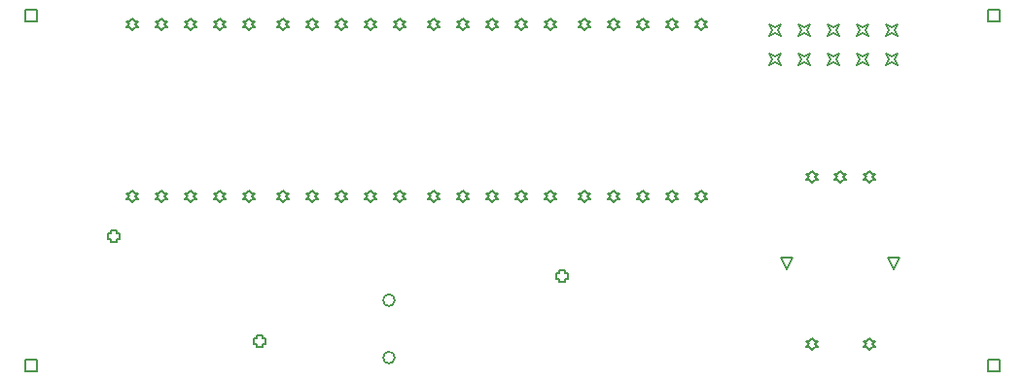
<source format=gbr>
%TF.GenerationSoftware,Altium Limited,Altium Designer,22.4.2 (48)*%
G04 Layer_Color=2752767*
%FSLAX26Y26*%
%MOIN*%
%TF.SameCoordinates,DC04713F-A1B7-43D7-85F6-64DFF616D11F*%
%TF.FilePolarity,Positive*%
%TF.FileFunction,Drawing*%
%TF.Part,Single*%
G01*
G75*
%TA.AperFunction,NonConductor*%
%ADD52C,0.005000*%
%ADD53C,0.006667*%
D52*
X1130000Y3630000D02*
Y3670000D01*
X1170000D01*
Y3630000D01*
X1130000D01*
X4430000D02*
Y3670000D01*
X4470000D01*
Y3630000D01*
X4430000D01*
Y4830000D02*
Y4870000D01*
X4470000D01*
Y4830000D01*
X4430000D01*
X1130000D02*
Y4870000D01*
X1170000D01*
Y4830000D01*
X1130000D01*
X4108070Y3980000D02*
X4088070Y4020000D01*
X4128070D01*
X4108070Y3980000D01*
X3741930D02*
X3721930Y4020000D01*
X3761930D01*
X3741930Y3980000D01*
X3925000Y4275276D02*
X3935000Y4285276D01*
X3945000D01*
X3935000Y4295276D01*
X3945000Y4305276D01*
X3935000D01*
X3925000Y4315276D01*
X3915000Y4305276D01*
X3905000D01*
X3915000Y4295276D01*
X3905000Y4285276D01*
X3915000D01*
X3925000Y4275276D01*
X3826574D02*
X3836574Y4285276D01*
X3846574D01*
X3836574Y4295276D01*
X3846574Y4305276D01*
X3836574D01*
X3826574Y4315276D01*
X3816574Y4305276D01*
X3806574D01*
X3816574Y4295276D01*
X3806574Y4285276D01*
X3816574D01*
X3826574Y4275276D01*
X4023426D02*
X4033426Y4285276D01*
X4043426D01*
X4033426Y4295276D01*
X4043426Y4305276D01*
X4033426D01*
X4023426Y4315276D01*
X4013426Y4305276D01*
X4003426D01*
X4013426Y4295276D01*
X4003426Y4285276D01*
X4013426D01*
X4023426Y4275276D01*
X3826574Y3704410D02*
X3836574Y3714410D01*
X3846574D01*
X3836574Y3724410D01*
X3846574Y3734410D01*
X3836574D01*
X3826574Y3744410D01*
X3816574Y3734410D01*
X3806574D01*
X3816574Y3724410D01*
X3806574Y3714410D01*
X3816574D01*
X3826574Y3704410D01*
X4023426D02*
X4033426Y3714410D01*
X4043426D01*
X4033426Y3724410D01*
X4043426Y3734410D01*
X4033426D01*
X4023426Y3744410D01*
X4013426Y3734410D01*
X4003426D01*
X4013426Y3724410D01*
X4003426Y3714410D01*
X4013426D01*
X4023426Y3704410D01*
X3046000Y4210448D02*
X3056000Y4220448D01*
X3066000D01*
X3056000Y4230448D01*
X3066000Y4240448D01*
X3056000D01*
X3046000Y4250448D01*
X3036000Y4240448D01*
X3026000D01*
X3036000Y4230448D01*
X3026000Y4220448D01*
X3036000D01*
X3046000Y4210448D01*
X3146000D02*
X3156000Y4220448D01*
X3166000D01*
X3156000Y4230448D01*
X3166000Y4240448D01*
X3156000D01*
X3146000Y4250448D01*
X3136000Y4240448D01*
X3126000D01*
X3136000Y4230448D01*
X3126000Y4220448D01*
X3136000D01*
X3146000Y4210448D01*
X3246000D02*
X3256000Y4220448D01*
X3266000D01*
X3256000Y4230448D01*
X3266000Y4240448D01*
X3256000D01*
X3246000Y4250448D01*
X3236000Y4240448D01*
X3226000D01*
X3236000Y4230448D01*
X3226000Y4220448D01*
X3236000D01*
X3246000Y4210448D01*
X3346000D02*
X3356000Y4220448D01*
X3366000D01*
X3356000Y4230448D01*
X3366000Y4240448D01*
X3356000D01*
X3346000Y4250448D01*
X3336000Y4240448D01*
X3326000D01*
X3336000Y4230448D01*
X3326000Y4220448D01*
X3336000D01*
X3346000Y4210448D01*
X3446000D02*
X3456000Y4220448D01*
X3466000D01*
X3456000Y4230448D01*
X3466000Y4240448D01*
X3456000D01*
X3446000Y4250448D01*
X3436000Y4240448D01*
X3426000D01*
X3436000Y4230448D01*
X3426000Y4220448D01*
X3436000D01*
X3446000Y4210448D01*
Y4801000D02*
X3456000Y4811000D01*
X3466000D01*
X3456000Y4821000D01*
X3466000Y4831000D01*
X3456000D01*
X3446000Y4841000D01*
X3436000Y4831000D01*
X3426000D01*
X3436000Y4821000D01*
X3426000Y4811000D01*
X3436000D01*
X3446000Y4801000D01*
X3346000D02*
X3356000Y4811000D01*
X3366000D01*
X3356000Y4821000D01*
X3366000Y4831000D01*
X3356000D01*
X3346000Y4841000D01*
X3336000Y4831000D01*
X3326000D01*
X3336000Y4821000D01*
X3326000Y4811000D01*
X3336000D01*
X3346000Y4801000D01*
X3246000D02*
X3256000Y4811000D01*
X3266000D01*
X3256000Y4821000D01*
X3266000Y4831000D01*
X3256000D01*
X3246000Y4841000D01*
X3236000Y4831000D01*
X3226000D01*
X3236000Y4821000D01*
X3226000Y4811000D01*
X3236000D01*
X3246000Y4801000D01*
X3146000D02*
X3156000Y4811000D01*
X3166000D01*
X3156000Y4821000D01*
X3166000Y4831000D01*
X3156000D01*
X3146000Y4841000D01*
X3136000Y4831000D01*
X3126000D01*
X3136000Y4821000D01*
X3126000Y4811000D01*
X3136000D01*
X3146000Y4801000D01*
X3046000D02*
X3056000Y4811000D01*
X3066000D01*
X3056000Y4821000D01*
X3066000Y4831000D01*
X3056000D01*
X3046000Y4841000D01*
X3036000Y4831000D01*
X3026000D01*
X3036000Y4821000D01*
X3026000Y4811000D01*
X3036000D01*
X3046000Y4801000D01*
X2530000Y4210448D02*
X2540000Y4220448D01*
X2550000D01*
X2540000Y4230448D01*
X2550000Y4240448D01*
X2540000D01*
X2530000Y4250448D01*
X2520000Y4240448D01*
X2510000D01*
X2520000Y4230448D01*
X2510000Y4220448D01*
X2520000D01*
X2530000Y4210448D01*
X2630000D02*
X2640000Y4220448D01*
X2650000D01*
X2640000Y4230448D01*
X2650000Y4240448D01*
X2640000D01*
X2630000Y4250448D01*
X2620000Y4240448D01*
X2610000D01*
X2620000Y4230448D01*
X2610000Y4220448D01*
X2620000D01*
X2630000Y4210448D01*
X2730000D02*
X2740000Y4220448D01*
X2750000D01*
X2740000Y4230448D01*
X2750000Y4240448D01*
X2740000D01*
X2730000Y4250448D01*
X2720000Y4240448D01*
X2710000D01*
X2720000Y4230448D01*
X2710000Y4220448D01*
X2720000D01*
X2730000Y4210448D01*
X2830000D02*
X2840000Y4220448D01*
X2850000D01*
X2840000Y4230448D01*
X2850000Y4240448D01*
X2840000D01*
X2830000Y4250448D01*
X2820000Y4240448D01*
X2810000D01*
X2820000Y4230448D01*
X2810000Y4220448D01*
X2820000D01*
X2830000Y4210448D01*
X2930000D02*
X2940000Y4220448D01*
X2950000D01*
X2940000Y4230448D01*
X2950000Y4240448D01*
X2940000D01*
X2930000Y4250448D01*
X2920000Y4240448D01*
X2910000D01*
X2920000Y4230448D01*
X2910000Y4220448D01*
X2920000D01*
X2930000Y4210448D01*
Y4801000D02*
X2940000Y4811000D01*
X2950000D01*
X2940000Y4821000D01*
X2950000Y4831000D01*
X2940000D01*
X2930000Y4841000D01*
X2920000Y4831000D01*
X2910000D01*
X2920000Y4821000D01*
X2910000Y4811000D01*
X2920000D01*
X2930000Y4801000D01*
X2830000D02*
X2840000Y4811000D01*
X2850000D01*
X2840000Y4821000D01*
X2850000Y4831000D01*
X2840000D01*
X2830000Y4841000D01*
X2820000Y4831000D01*
X2810000D01*
X2820000Y4821000D01*
X2810000Y4811000D01*
X2820000D01*
X2830000Y4801000D01*
X2730000D02*
X2740000Y4811000D01*
X2750000D01*
X2740000Y4821000D01*
X2750000Y4831000D01*
X2740000D01*
X2730000Y4841000D01*
X2720000Y4831000D01*
X2710000D01*
X2720000Y4821000D01*
X2710000Y4811000D01*
X2720000D01*
X2730000Y4801000D01*
X2630000D02*
X2640000Y4811000D01*
X2650000D01*
X2640000Y4821000D01*
X2650000Y4831000D01*
X2640000D01*
X2630000Y4841000D01*
X2620000Y4831000D01*
X2610000D01*
X2620000Y4821000D01*
X2610000Y4811000D01*
X2620000D01*
X2630000Y4801000D01*
X2530000D02*
X2540000Y4811000D01*
X2550000D01*
X2540000Y4821000D01*
X2550000Y4831000D01*
X2540000D01*
X2530000Y4841000D01*
X2520000Y4831000D01*
X2510000D01*
X2520000Y4821000D01*
X2510000Y4811000D01*
X2520000D01*
X2530000Y4801000D01*
X2014000Y4210448D02*
X2024000Y4220448D01*
X2034000D01*
X2024000Y4230448D01*
X2034000Y4240448D01*
X2024000D01*
X2014000Y4250448D01*
X2004000Y4240448D01*
X1994000D01*
X2004000Y4230448D01*
X1994000Y4220448D01*
X2004000D01*
X2014000Y4210448D01*
X2114000D02*
X2124000Y4220448D01*
X2134000D01*
X2124000Y4230448D01*
X2134000Y4240448D01*
X2124000D01*
X2114000Y4250448D01*
X2104000Y4240448D01*
X2094000D01*
X2104000Y4230448D01*
X2094000Y4220448D01*
X2104000D01*
X2114000Y4210448D01*
X2214000D02*
X2224000Y4220448D01*
X2234000D01*
X2224000Y4230448D01*
X2234000Y4240448D01*
X2224000D01*
X2214000Y4250448D01*
X2204000Y4240448D01*
X2194000D01*
X2204000Y4230448D01*
X2194000Y4220448D01*
X2204000D01*
X2214000Y4210448D01*
X2314000D02*
X2324000Y4220448D01*
X2334000D01*
X2324000Y4230448D01*
X2334000Y4240448D01*
X2324000D01*
X2314000Y4250448D01*
X2304000Y4240448D01*
X2294000D01*
X2304000Y4230448D01*
X2294000Y4220448D01*
X2304000D01*
X2314000Y4210448D01*
X2414000D02*
X2424000Y4220448D01*
X2434000D01*
X2424000Y4230448D01*
X2434000Y4240448D01*
X2424000D01*
X2414000Y4250448D01*
X2404000Y4240448D01*
X2394000D01*
X2404000Y4230448D01*
X2394000Y4220448D01*
X2404000D01*
X2414000Y4210448D01*
Y4801000D02*
X2424000Y4811000D01*
X2434000D01*
X2424000Y4821000D01*
X2434000Y4831000D01*
X2424000D01*
X2414000Y4841000D01*
X2404000Y4831000D01*
X2394000D01*
X2404000Y4821000D01*
X2394000Y4811000D01*
X2404000D01*
X2414000Y4801000D01*
X2314000D02*
X2324000Y4811000D01*
X2334000D01*
X2324000Y4821000D01*
X2334000Y4831000D01*
X2324000D01*
X2314000Y4841000D01*
X2304000Y4831000D01*
X2294000D01*
X2304000Y4821000D01*
X2294000Y4811000D01*
X2304000D01*
X2314000Y4801000D01*
X2214000D02*
X2224000Y4811000D01*
X2234000D01*
X2224000Y4821000D01*
X2234000Y4831000D01*
X2224000D01*
X2214000Y4841000D01*
X2204000Y4831000D01*
X2194000D01*
X2204000Y4821000D01*
X2194000Y4811000D01*
X2204000D01*
X2214000Y4801000D01*
X2114000D02*
X2124000Y4811000D01*
X2134000D01*
X2124000Y4821000D01*
X2134000Y4831000D01*
X2124000D01*
X2114000Y4841000D01*
X2104000Y4831000D01*
X2094000D01*
X2104000Y4821000D01*
X2094000Y4811000D01*
X2104000D01*
X2114000Y4801000D01*
X2014000D02*
X2024000Y4811000D01*
X2034000D01*
X2024000Y4821000D01*
X2034000Y4831000D01*
X2024000D01*
X2014000Y4841000D01*
X2004000Y4831000D01*
X1994000D01*
X2004000Y4821000D01*
X1994000Y4811000D01*
X2004000D01*
X2014000Y4801000D01*
X1498426Y4209724D02*
X1508426Y4219724D01*
X1518426D01*
X1508426Y4229724D01*
X1518426Y4239724D01*
X1508426D01*
X1498426Y4249724D01*
X1488426Y4239724D01*
X1478426D01*
X1488426Y4229724D01*
X1478426Y4219724D01*
X1488426D01*
X1498426Y4209724D01*
X1598426D02*
X1608426Y4219724D01*
X1618426D01*
X1608426Y4229724D01*
X1618426Y4239724D01*
X1608426D01*
X1598426Y4249724D01*
X1588426Y4239724D01*
X1578426D01*
X1588426Y4229724D01*
X1578426Y4219724D01*
X1588426D01*
X1598426Y4209724D01*
X1698426D02*
X1708426Y4219724D01*
X1718426D01*
X1708426Y4229724D01*
X1718426Y4239724D01*
X1708426D01*
X1698426Y4249724D01*
X1688426Y4239724D01*
X1678426D01*
X1688426Y4229724D01*
X1678426Y4219724D01*
X1688426D01*
X1698426Y4209724D01*
X1798426D02*
X1808426Y4219724D01*
X1818426D01*
X1808426Y4229724D01*
X1818426Y4239724D01*
X1808426D01*
X1798426Y4249724D01*
X1788426Y4239724D01*
X1778426D01*
X1788426Y4229724D01*
X1778426Y4219724D01*
X1788426D01*
X1798426Y4209724D01*
X1898426D02*
X1908426Y4219724D01*
X1918426D01*
X1908426Y4229724D01*
X1918426Y4239724D01*
X1908426D01*
X1898426Y4249724D01*
X1888426Y4239724D01*
X1878426D01*
X1888426Y4229724D01*
X1878426Y4219724D01*
X1888426D01*
X1898426Y4209724D01*
Y4800276D02*
X1908426Y4810276D01*
X1918426D01*
X1908426Y4820276D01*
X1918426Y4830276D01*
X1908426D01*
X1898426Y4840276D01*
X1888426Y4830276D01*
X1878426D01*
X1888426Y4820276D01*
X1878426Y4810276D01*
X1888426D01*
X1898426Y4800276D01*
X1798426D02*
X1808426Y4810276D01*
X1818426D01*
X1808426Y4820276D01*
X1818426Y4830276D01*
X1808426D01*
X1798426Y4840276D01*
X1788426Y4830276D01*
X1778426D01*
X1788426Y4820276D01*
X1778426Y4810276D01*
X1788426D01*
X1798426Y4800276D01*
X1698426D02*
X1708426Y4810276D01*
X1718426D01*
X1708426Y4820276D01*
X1718426Y4830276D01*
X1708426D01*
X1698426Y4840276D01*
X1688426Y4830276D01*
X1678426D01*
X1688426Y4820276D01*
X1678426Y4810276D01*
X1688426D01*
X1698426Y4800276D01*
X1598426D02*
X1608426Y4810276D01*
X1618426D01*
X1608426Y4820276D01*
X1618426Y4830276D01*
X1608426D01*
X1598426Y4840276D01*
X1588426Y4830276D01*
X1578426D01*
X1588426Y4820276D01*
X1578426Y4810276D01*
X1588426D01*
X1598426Y4800276D01*
X1498426D02*
X1508426Y4810276D01*
X1518426D01*
X1508426Y4820276D01*
X1518426Y4830276D01*
X1508426D01*
X1498426Y4840276D01*
X1488426Y4830276D01*
X1478426D01*
X1488426Y4820276D01*
X1478426Y4810276D01*
X1488426D01*
X1498426Y4800276D01*
X3680000Y4780000D02*
X3690000Y4800000D01*
X3680000Y4820000D01*
X3700000Y4810000D01*
X3720000Y4820000D01*
X3710000Y4800000D01*
X3720000Y4780000D01*
X3700000Y4790000D01*
X3680000Y4780000D01*
X3780000D02*
X3790000Y4800000D01*
X3780000Y4820000D01*
X3800000Y4810000D01*
X3820000Y4820000D01*
X3810000Y4800000D01*
X3820000Y4780000D01*
X3800000Y4790000D01*
X3780000Y4780000D01*
X3880000D02*
X3890000Y4800000D01*
X3880000Y4820000D01*
X3900000Y4810000D01*
X3920000Y4820000D01*
X3910000Y4800000D01*
X3920000Y4780000D01*
X3900000Y4790000D01*
X3880000Y4780000D01*
X3980000D02*
X3990000Y4800000D01*
X3980000Y4820000D01*
X4000000Y4810000D01*
X4020000Y4820000D01*
X4010000Y4800000D01*
X4020000Y4780000D01*
X4000000Y4790000D01*
X3980000Y4780000D01*
X4080000D02*
X4090000Y4800000D01*
X4080000Y4820000D01*
X4100000Y4810000D01*
X4120000Y4820000D01*
X4110000Y4800000D01*
X4120000Y4780000D01*
X4100000Y4790000D01*
X4080000Y4780000D01*
Y4680000D02*
X4090000Y4700000D01*
X4080000Y4720000D01*
X4100000Y4710000D01*
X4120000Y4720000D01*
X4110000Y4700000D01*
X4120000Y4680000D01*
X4100000Y4690000D01*
X4080000Y4680000D01*
X3980000D02*
X3990000Y4700000D01*
X3980000Y4720000D01*
X4000000Y4710000D01*
X4020000Y4720000D01*
X4010000Y4700000D01*
X4020000Y4680000D01*
X4000000Y4690000D01*
X3980000Y4680000D01*
X3880000D02*
X3890000Y4700000D01*
X3880000Y4720000D01*
X3900000Y4710000D01*
X3920000Y4720000D01*
X3910000Y4700000D01*
X3920000Y4680000D01*
X3900000Y4690000D01*
X3880000Y4680000D01*
X3780000D02*
X3790000Y4700000D01*
X3780000Y4720000D01*
X3800000Y4710000D01*
X3820000Y4720000D01*
X3810000Y4700000D01*
X3820000Y4680000D01*
X3800000Y4690000D01*
X3780000Y4680000D01*
X3680000D02*
X3690000Y4700000D01*
X3680000Y4720000D01*
X3700000Y4710000D01*
X3720000Y4720000D01*
X3710000Y4700000D01*
X3720000Y4680000D01*
X3700000Y4690000D01*
X3680000Y4680000D01*
X1925000Y3724000D02*
Y3714000D01*
X1945000D01*
Y3724000D01*
X1955000D01*
Y3744000D01*
X1945000D01*
Y3754000D01*
X1925000D01*
Y3744000D01*
X1915000D01*
Y3724000D01*
X1925000D01*
X2962000Y3946504D02*
Y3936504D01*
X2982000D01*
Y3946504D01*
X2992000D01*
Y3966504D01*
X2982000D01*
Y3976504D01*
X2962000D01*
Y3966504D01*
X2952000D01*
Y3946504D01*
X2962000D01*
X1424000Y4083000D02*
Y4073000D01*
X1444000D01*
Y4083000D01*
X1454000D01*
Y4103000D01*
X1444000D01*
Y4113000D01*
X1424000D01*
Y4103000D01*
X1414000D01*
Y4083000D01*
X1424000D01*
D53*
X2397000Y3676574D02*
G03*
X2397000Y3676574I-20000J0D01*
G01*
Y3873426D02*
G03*
X2397000Y3873426I-20000J0D01*
G01*
%TF.MD5,697981ec775aae1815def3344bbb4cd5*%
M02*

</source>
